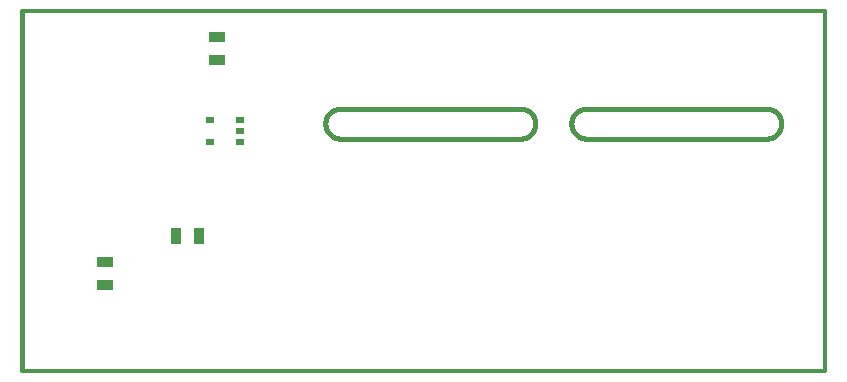
<source format=gbp>
G04 (created by PCBNEW-RS274X (20100406 SVN-R2508)-final) date 6/3/2010 10:01:36 PM*
G01*
G70*
G90*
%MOIN*%
G04 Gerber Fmt 3.4, Leading zero omitted, Abs format*
%FSLAX34Y34*%
G04 APERTURE LIST*
%ADD10C,0.006000*%
%ADD11C,0.012000*%
%ADD12C,0.015000*%
%ADD13R,0.030000X0.020000*%
%ADD14R,0.055000X0.035000*%
%ADD15R,0.035000X0.055000*%
G04 APERTURE END LIST*
G54D10*
G54D11*
X47750Y-43250D02*
X21000Y-43250D01*
X47750Y-55250D02*
X47750Y-43250D01*
X21000Y-55250D02*
X47750Y-55250D01*
G54D12*
X21000Y-55200D02*
X21000Y-55000D01*
X31600Y-46500D02*
X31557Y-46502D01*
X31514Y-46508D01*
X31471Y-46518D01*
X31429Y-46531D01*
X31389Y-46547D01*
X31351Y-46567D01*
X31314Y-46591D01*
X31279Y-46617D01*
X31247Y-46647D01*
X31217Y-46679D01*
X31191Y-46714D01*
X31167Y-46751D01*
X31147Y-46789D01*
X31131Y-46829D01*
X31118Y-46871D01*
X31108Y-46914D01*
X31102Y-46957D01*
X31100Y-47000D01*
X31100Y-47000D02*
X31102Y-47043D01*
X31108Y-47086D01*
X31118Y-47129D01*
X31131Y-47171D01*
X31147Y-47211D01*
X31167Y-47249D01*
X31191Y-47286D01*
X31217Y-47321D01*
X31247Y-47353D01*
X31279Y-47383D01*
X31314Y-47409D01*
X31351Y-47433D01*
X31389Y-47453D01*
X31429Y-47469D01*
X31471Y-47482D01*
X31514Y-47492D01*
X31557Y-47498D01*
X31600Y-47500D01*
X37600Y-47500D02*
X37643Y-47498D01*
X37686Y-47492D01*
X37729Y-47482D01*
X37771Y-47469D01*
X37811Y-47453D01*
X37850Y-47433D01*
X37886Y-47409D01*
X37921Y-47383D01*
X37953Y-47353D01*
X37983Y-47321D01*
X38009Y-47286D01*
X38033Y-47249D01*
X38053Y-47211D01*
X38069Y-47171D01*
X38082Y-47129D01*
X38092Y-47086D01*
X38098Y-47043D01*
X38100Y-47000D01*
X38100Y-47000D02*
X38098Y-46957D01*
X38092Y-46914D01*
X38082Y-46871D01*
X38069Y-46829D01*
X38053Y-46789D01*
X38033Y-46751D01*
X38009Y-46714D01*
X37983Y-46679D01*
X37953Y-46647D01*
X37921Y-46617D01*
X37886Y-46591D01*
X37850Y-46567D01*
X37811Y-46547D01*
X37771Y-46531D01*
X37729Y-46518D01*
X37686Y-46508D01*
X37643Y-46502D01*
X37600Y-46500D01*
X39800Y-46500D02*
X39757Y-46502D01*
X39714Y-46508D01*
X39671Y-46518D01*
X39629Y-46531D01*
X39589Y-46547D01*
X39551Y-46567D01*
X39514Y-46591D01*
X39479Y-46617D01*
X39447Y-46647D01*
X39417Y-46679D01*
X39391Y-46714D01*
X39367Y-46751D01*
X39347Y-46789D01*
X39331Y-46829D01*
X39318Y-46871D01*
X39308Y-46914D01*
X39302Y-46957D01*
X39300Y-47000D01*
X39300Y-47000D02*
X39302Y-47043D01*
X39308Y-47086D01*
X39318Y-47129D01*
X39331Y-47171D01*
X39347Y-47211D01*
X39367Y-47249D01*
X39391Y-47286D01*
X39417Y-47321D01*
X39447Y-47353D01*
X39479Y-47383D01*
X39514Y-47409D01*
X39551Y-47433D01*
X39589Y-47453D01*
X39629Y-47469D01*
X39671Y-47482D01*
X39714Y-47492D01*
X39757Y-47498D01*
X39800Y-47500D01*
X45800Y-47500D02*
X45843Y-47498D01*
X45886Y-47492D01*
X45929Y-47482D01*
X45971Y-47469D01*
X46011Y-47453D01*
X46050Y-47433D01*
X46086Y-47409D01*
X46121Y-47383D01*
X46153Y-47353D01*
X46183Y-47321D01*
X46209Y-47286D01*
X46233Y-47249D01*
X46253Y-47211D01*
X46269Y-47171D01*
X46282Y-47129D01*
X46292Y-47086D01*
X46298Y-47043D01*
X46300Y-47000D01*
X46300Y-47000D02*
X46298Y-46957D01*
X46292Y-46914D01*
X46282Y-46871D01*
X46269Y-46829D01*
X46253Y-46789D01*
X46233Y-46751D01*
X46209Y-46714D01*
X46183Y-46679D01*
X46153Y-46647D01*
X46121Y-46617D01*
X46086Y-46591D01*
X46050Y-46567D01*
X46011Y-46547D01*
X45971Y-46531D01*
X45929Y-46518D01*
X45886Y-46508D01*
X45843Y-46502D01*
X45800Y-46500D01*
X31600Y-47500D02*
X37600Y-47500D01*
X37600Y-46500D02*
X31600Y-46500D01*
X39800Y-47500D02*
X45800Y-47500D01*
X45800Y-46500D02*
X39800Y-46500D01*
X21000Y-43250D02*
X21000Y-55000D01*
G54D13*
X28250Y-46875D03*
X28250Y-47625D03*
X27250Y-46875D03*
X28250Y-47250D03*
X27250Y-47625D03*
G54D14*
X23750Y-52375D03*
X23750Y-51625D03*
G54D15*
X26125Y-50750D03*
X26875Y-50750D03*
G54D14*
X27500Y-44125D03*
X27500Y-44875D03*
M02*

</source>
